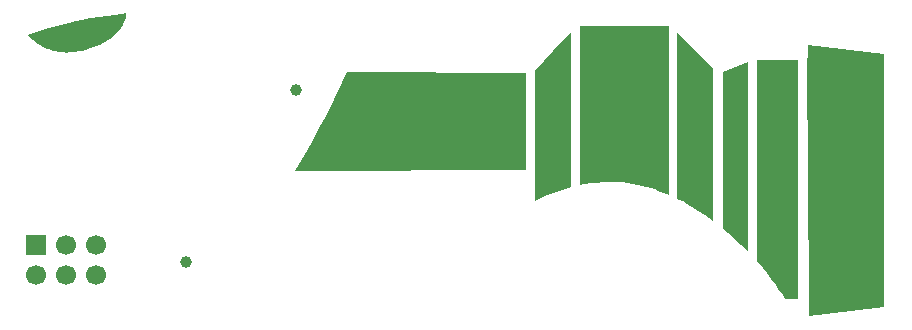
<source format=gts>
%TF.GenerationSoftware,KiCad,Pcbnew,9.0.0*%
%TF.CreationDate,2025-04-01T15:35:02-07:00*%
%TF.ProjectId,portal-gun,706f7274-616c-42d6-9775-6e2e6b696361,rev?*%
%TF.SameCoordinates,Original*%
%TF.FileFunction,Soldermask,Top*%
%TF.FilePolarity,Negative*%
%FSLAX46Y46*%
G04 Gerber Fmt 4.6, Leading zero omitted, Abs format (unit mm)*
G04 Created by KiCad (PCBNEW 9.0.0) date 2025-04-01 15:35:02*
%MOMM*%
%LPD*%
G01*
G04 APERTURE LIST*
%ADD10R,1.800000X1.700000*%
%ADD11C,1.700000*%
%ADD12C,1.000000*%
G04 APERTURE END LIST*
D10*
%TO.C,J1*%
X124195000Y-87260000D03*
D11*
X124195000Y-89800000D03*
X126735000Y-87260000D03*
X126735000Y-89800000D03*
X129275000Y-87260000D03*
X129275000Y-89800000D03*
%TD*%
D12*
%TO.C,REF\u002A\u002A*%
X146225000Y-74175000D03*
%TD*%
%TO.C,REF\u002A\u002A*%
X136925000Y-88675000D03*
%TD*%
G36*
X165700178Y-72689468D02*
G01*
X165700760Y-72690053D01*
X165700760Y-80917453D01*
X165700177Y-80918038D01*
X146179254Y-80998979D01*
X146178675Y-80997969D01*
X146939760Y-79710376D01*
X147615586Y-78516173D01*
X148217782Y-77402440D01*
X148757613Y-76356875D01*
X149246384Y-75367108D01*
X149695391Y-74420788D01*
X150519410Y-72608801D01*
X150519908Y-72608482D01*
X165700178Y-72689468D01*
G37*
G36*
X169533370Y-69221647D02*
G01*
X169546720Y-75793257D01*
X169533370Y-82364538D01*
X169532954Y-82365077D01*
X169275175Y-82432756D01*
X169013320Y-82509801D01*
X169013321Y-82509802D01*
X168487789Y-82684691D01*
X167979322Y-82874551D01*
X167511198Y-83064108D01*
X167511199Y-83064109D01*
X167106597Y-83238127D01*
X166788826Y-83381319D01*
X166506215Y-83514421D01*
X166505286Y-83513832D01*
X166505286Y-72507602D01*
X166505421Y-72507253D01*
X168005242Y-70864378D01*
X169043794Y-69734993D01*
X169391403Y-69362797D01*
X169532133Y-69221139D01*
X169533370Y-69221647D01*
G37*
G36*
X196025496Y-71099052D02*
G01*
X196026000Y-71099620D01*
X196026000Y-92500378D01*
X196025500Y-92500945D01*
X189649677Y-93301048D01*
X189649000Y-93300451D01*
X189649000Y-91850254D01*
X189643921Y-91840899D01*
X189643860Y-91840659D01*
X189527350Y-71589163D01*
X189527351Y-71589126D01*
X189549000Y-71274960D01*
X189549000Y-70324550D01*
X189549672Y-70323954D01*
X196025496Y-71099052D01*
G37*
G36*
X181530772Y-72391087D02*
G01*
X181530914Y-72391444D01*
X181530914Y-85198112D01*
X181529820Y-85198667D01*
X181202088Y-84959510D01*
X180888466Y-84739076D01*
X180306152Y-84351622D01*
X180306152Y-84351621D01*
X179790754Y-84032746D01*
X179350446Y-83779123D01*
X178993605Y-83587552D01*
X178728462Y-83454745D01*
X178506136Y-83352283D01*
X178505820Y-83351790D01*
X178505820Y-69205048D01*
X178507079Y-69204546D01*
X181530772Y-72391087D01*
G37*
G36*
X177792808Y-68690921D02*
G01*
X177792808Y-83003566D01*
X177791931Y-83004161D01*
X177372261Y-82837584D01*
X176894670Y-82666437D01*
X176602401Y-82569615D01*
X176602401Y-82569616D01*
X176279612Y-82469380D01*
X175930183Y-82368804D01*
X175930183Y-82368803D01*
X175557990Y-82270959D01*
X175166915Y-82178917D01*
X175166915Y-82178918D01*
X174760749Y-82095733D01*
X174343413Y-82024483D01*
X173918793Y-81968242D01*
X173704927Y-81946703D01*
X173490705Y-81930068D01*
X173490705Y-81930069D01*
X173276557Y-81918716D01*
X173063001Y-81913033D01*
X172851396Y-81913656D01*
X172851397Y-81913657D01*
X172629168Y-81920227D01*
X172629167Y-81920226D01*
X172166422Y-81947919D01*
X171701489Y-81989552D01*
X171261099Y-82038564D01*
X170561051Y-82132459D01*
X170561052Y-82132460D01*
X170279692Y-82177188D01*
X170278990Y-82176589D01*
X170278990Y-68695070D01*
X170279575Y-68694484D01*
X177792222Y-68690335D01*
X177792808Y-68690921D01*
G37*
G36*
X184485794Y-71762134D02*
G01*
X184485794Y-87815752D01*
X184484576Y-87816269D01*
X183938896Y-87290171D01*
X183485745Y-86861897D01*
X183485745Y-86861896D01*
X183118703Y-86522600D01*
X183118703Y-86522601D01*
X182831766Y-86263842D01*
X182474408Y-85954358D01*
X182365732Y-85866013D01*
X182365538Y-85865605D01*
X182365538Y-72622169D01*
X182365879Y-72621662D01*
X184484911Y-71761539D01*
X184485794Y-71762134D01*
G37*
G36*
X131858443Y-67651666D02*
G01*
X131850996Y-67750094D01*
X131850991Y-67750132D01*
X131833455Y-67864799D01*
X131833448Y-67864834D01*
X131799339Y-68016349D01*
X131799330Y-68016386D01*
X131743137Y-68199562D01*
X131743123Y-68199601D01*
X131659330Y-68409241D01*
X131659312Y-68409281D01*
X131542408Y-68640192D01*
X131542385Y-68640232D01*
X131386857Y-68887213D01*
X131386836Y-68887243D01*
X131292861Y-69015145D01*
X131292846Y-69015164D01*
X131187149Y-69145134D01*
X131187133Y-69145152D01*
X131069024Y-69276543D01*
X131069007Y-69276561D01*
X130937796Y-69408723D01*
X130937778Y-69408740D01*
X130792777Y-69541026D01*
X130792758Y-69541042D01*
X130633277Y-69672801D01*
X130633258Y-69672816D01*
X130458607Y-69803399D01*
X130458588Y-69803413D01*
X130268080Y-69932171D01*
X130268061Y-69932184D01*
X130061006Y-70058468D01*
X130060986Y-70058479D01*
X129836686Y-70181645D01*
X129594452Y-70301043D01*
X129333604Y-70416018D01*
X129053454Y-70525921D01*
X128753313Y-70630103D01*
X128432491Y-70727915D01*
X128090296Y-70818709D01*
X127817347Y-70878911D01*
X127817323Y-70878916D01*
X127552194Y-70923593D01*
X127552169Y-70923597D01*
X127294907Y-70953644D01*
X127294882Y-70953646D01*
X127045544Y-70969955D01*
X127045518Y-70969956D01*
X126804159Y-70973420D01*
X126804133Y-70973420D01*
X126570810Y-70964931D01*
X126570785Y-70964929D01*
X126345553Y-70945381D01*
X126345529Y-70945378D01*
X126128444Y-70915662D01*
X126128420Y-70915658D01*
X125919540Y-70876668D01*
X125919517Y-70876663D01*
X125718896Y-70829291D01*
X125718874Y-70829285D01*
X125526557Y-70774421D01*
X125342603Y-70712956D01*
X125167077Y-70645786D01*
X125000037Y-70573805D01*
X124841536Y-70497905D01*
X124691632Y-70418978D01*
X124550380Y-70337920D01*
X124417836Y-70255620D01*
X124294057Y-70172972D01*
X124179090Y-70090866D01*
X123975868Y-69931879D01*
X123975847Y-69931862D01*
X123808576Y-69785771D01*
X123808558Y-69785755D01*
X123677670Y-69659687D01*
X123583619Y-69560791D01*
X123583603Y-69560773D01*
X123507484Y-69472689D01*
X123507780Y-69471651D01*
X125015615Y-68999570D01*
X126340913Y-68611763D01*
X126983479Y-68438841D01*
X127550563Y-68302360D01*
X128142821Y-68185103D01*
X128821825Y-68069423D01*
X129536503Y-67959651D01*
X130235777Y-67860118D01*
X131383805Y-67709111D01*
X131857758Y-67651013D01*
X131858443Y-67651666D01*
G37*
G36*
X188722313Y-71588762D02*
G01*
X188722313Y-91838494D01*
X188721731Y-91839079D01*
X187636461Y-91844190D01*
X187636003Y-91843935D01*
X187453642Y-91546896D01*
X187262126Y-91251558D01*
X187064222Y-90960136D01*
X186862826Y-90675056D01*
X186461233Y-90133759D01*
X186080547Y-89647125D01*
X185744003Y-89234666D01*
X185744003Y-89234665D01*
X185474872Y-88915930D01*
X185231549Y-88637377D01*
X185231421Y-88637037D01*
X185231421Y-71590595D01*
X185232006Y-71590009D01*
X188721727Y-71588176D01*
X188722313Y-71588762D01*
G37*
M02*

</source>
